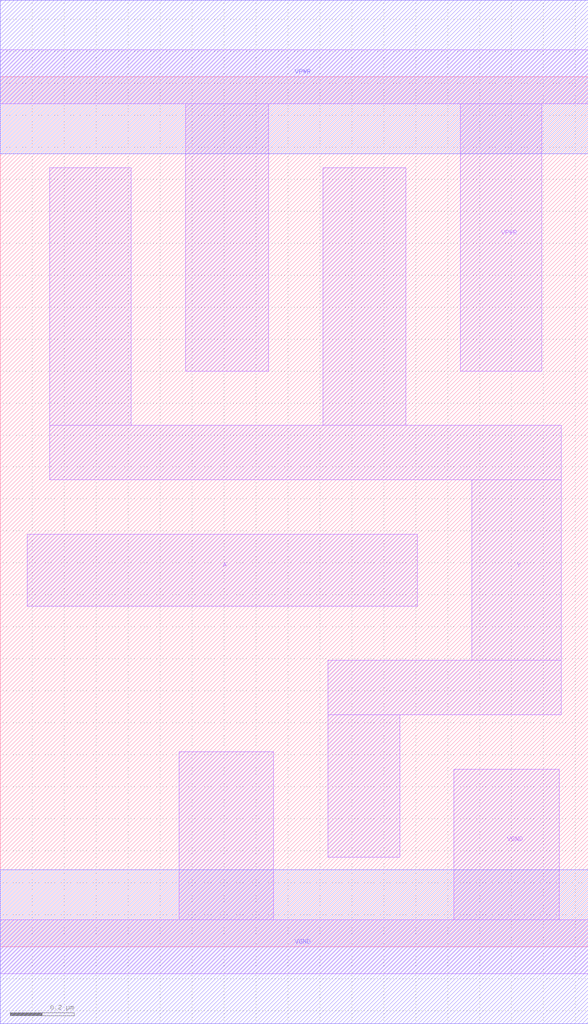
<source format=lef>
# Copyright 2020 The SkyWater PDK Authors
#
# Licensed under the Apache License, Version 2.0 (the "License");
# you may not use this file except in compliance with the License.
# You may obtain a copy of the License at
#
#     https://www.apache.org/licenses/LICENSE-2.0
#
# Unless required by applicable law or agreed to in writing, software
# distributed under the License is distributed on an "AS IS" BASIS,
# WITHOUT WARRANTIES OR CONDITIONS OF ANY KIND, either express or implied.
# See the License for the specific language governing permissions and
# limitations under the License.
#
# SPDX-License-Identifier: Apache-2.0

VERSION 5.5 ;
NAMESCASESENSITIVE ON ;
BUSBITCHARS "[]" ;
DIVIDERCHAR "/" ;
MACRO sky130_fd_sc_hd__clkinv_2
  CLASS CORE ;
  SOURCE USER ;
  ORIGIN  0.000000  0.000000 ;
  SIZE  1.840000 BY  2.720000 ;
  SYMMETRY X Y R90 ;
  SITE unithd ;
  PIN A
    ANTENNAGATEAREA  0.576000 ;
    DIRECTION INPUT ;
    USE SIGNAL ;
    PORT
      LAYER li1 ;
        RECT 0.085000 1.065000 1.305000 1.290000 ;
    END
  END A
  PIN Y
    ANTENNADIFFAREA  0.662600 ;
    DIRECTION OUTPUT ;
    USE SIGNAL ;
    PORT
      LAYER li1 ;
        RECT 0.155000 1.460000 1.755000 1.630000 ;
        RECT 0.155000 1.630000 0.410000 2.435000 ;
        RECT 1.010000 1.630000 1.270000 2.435000 ;
        RECT 1.025000 0.280000 1.250000 0.725000 ;
        RECT 1.025000 0.725000 1.755000 0.895000 ;
        RECT 1.475000 0.895000 1.755000 1.460000 ;
    END
  END Y
  PIN VGND
    DIRECTION INOUT ;
    SHAPE ABUTMENT ;
    USE GROUND ;
    PORT
      LAYER li1 ;
        RECT 0.000000 -0.085000 1.840000 0.085000 ;
        RECT 0.560000  0.085000 0.855000 0.610000 ;
        RECT 1.420000  0.085000 1.750000 0.555000 ;
    END
    PORT
      LAYER met1 ;
        RECT 0.000000 -0.240000 1.840000 0.240000 ;
    END
  END VGND
  PIN VNB
    DIRECTION INOUT ;
    USE GROUND ;
    PORT
    END
  END VNB
  PIN VPB
    DIRECTION INOUT ;
    USE POWER ;
    PORT
    END
  END VPB
  PIN VPWR
    DIRECTION INOUT ;
    SHAPE ABUTMENT ;
    USE POWER ;
    PORT
      LAYER li1 ;
        RECT 0.000000 2.635000 1.840000 2.805000 ;
        RECT 0.580000 1.800000 0.840000 2.635000 ;
        RECT 1.440000 1.800000 1.695000 2.635000 ;
    END
    PORT
      LAYER met1 ;
        RECT 0.000000 2.480000 1.840000 2.960000 ;
    END
  END VPWR
  OBS
  END
END sky130_fd_sc_hd__clkinv_2
END LIBRARY

</source>
